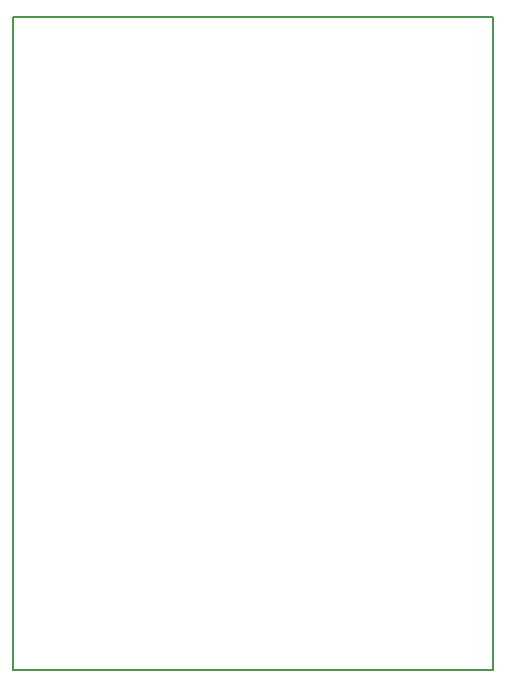
<source format=gko>
G04 #@! TF.FileFunction,Profile,NP*
%FSLAX46Y46*%
G04 Gerber Fmt 4.6, Leading zero omitted, Abs format (unit mm)*
G04 Created by KiCad (PCBNEW 4.0.1-3.201512221402+6198~38~ubuntu14.04.1-stable) date Sat 07 May 2016 10:22:12 PM PDT*
%MOMM*%
G01*
G04 APERTURE LIST*
%ADD10C,0.100000*%
%ADD11C,0.150000*%
G04 APERTURE END LIST*
D10*
D11*
X123698000Y-65405000D02*
X164338000Y-65405000D01*
X164338000Y-65405000D02*
X164338000Y-120650000D01*
X130048000Y-120650000D02*
X164338000Y-120650000D01*
X123698000Y-120650000D02*
X130048000Y-120650000D01*
X123698000Y-65405000D02*
X123698000Y-120650000D01*
M02*

</source>
